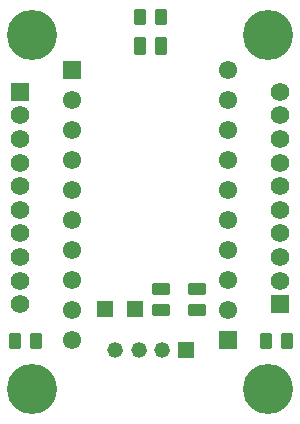
<source format=gts>
G04 DipTrace 3.2.0.1*
G04 xbee_jst_opl.gts*
%MOIN*%
G04 #@! TF.FileFunction,Soldermask,Top*
G04 #@! TF.Part,Single*
%AMOUTLINE1*
4,1,40,
0.022544,-0.021,
0.023543,-0.020912,
0.024553,-0.020641,
0.025502,-0.0202,
0.026359,-0.0196,
0.0271,-0.018859,
0.0277,-0.018002,
0.028141,-0.017053,
0.028412,-0.016043,
0.0285,-0.015044,
0.0285,0.015044,
0.028412,0.016043,
0.028141,0.017053,
0.0277,0.018002,
0.0271,0.018859,
0.026359,0.0196,
0.025502,0.0202,
0.024553,0.020641,
0.023543,0.020912,
0.022544,0.021,
-0.022544,0.021,
-0.023543,0.020912,
-0.024553,0.020641,
-0.025502,0.0202,
-0.026359,0.0196,
-0.0271,0.018859,
-0.0277,0.018002,
-0.028141,0.017053,
-0.028412,0.016043,
-0.0285,0.015044,
-0.0285,-0.015044,
-0.028412,-0.016043,
-0.028141,-0.017053,
-0.0277,-0.018002,
-0.0271,-0.018859,
-0.026359,-0.0196,
-0.025502,-0.0202,
-0.024553,-0.020641,
-0.023543,-0.020912,
-0.022544,-0.021,
0.022544,-0.021,
0*%
%AMOUTLINE4*
4,1,40,
-0.021,-0.022544,
-0.020912,-0.023543,
-0.020641,-0.024553,
-0.0202,-0.025502,
-0.0196,-0.026359,
-0.018859,-0.0271,
-0.018002,-0.0277,
-0.017053,-0.028141,
-0.016043,-0.028412,
-0.015044,-0.0285,
0.015044,-0.0285,
0.016043,-0.028412,
0.017053,-0.028141,
0.018002,-0.0277,
0.018859,-0.0271,
0.0196,-0.026359,
0.0202,-0.025502,
0.020641,-0.024553,
0.020912,-0.023543,
0.021,-0.022544,
0.021,0.022544,
0.020912,0.023543,
0.020641,0.024553,
0.0202,0.025502,
0.0196,0.026359,
0.018859,0.0271,
0.018002,0.0277,
0.017053,0.028141,
0.016043,0.028412,
0.015044,0.0285,
-0.015044,0.0285,
-0.016043,0.028412,
-0.017053,0.028141,
-0.018002,0.0277,
-0.018859,0.0271,
-0.0196,0.026359,
-0.0202,0.025502,
-0.020641,0.024553,
-0.020912,0.023543,
-0.021,0.022544,
-0.021,-0.022544,
0*%
%AMOUTLINE7*
4,1,40,
-0.0185,-0.020669,
-0.018422,-0.021559,
-0.01818,-0.022464,
-0.017783,-0.023314,
-0.017245,-0.024082,
-0.016582,-0.024745,
-0.015814,-0.025283,
-0.014964,-0.02568,
-0.014059,-0.025922,
-0.013169,-0.026,
0.013169,-0.026,
0.014059,-0.025922,
0.014964,-0.02568,
0.015814,-0.025283,
0.016582,-0.024745,
0.017245,-0.024082,
0.017783,-0.023314,
0.01818,-0.022464,
0.018422,-0.021559,
0.0185,-0.020669,
0.0185,0.020669,
0.018422,0.021559,
0.01818,0.022464,
0.017783,0.023314,
0.017245,0.024082,
0.016582,0.024745,
0.015814,0.025283,
0.014964,0.02568,
0.014059,0.025922,
0.013169,0.026,
-0.013169,0.026,
-0.014059,0.025922,
-0.014964,0.02568,
-0.015814,0.025283,
-0.016582,0.024745,
-0.017245,0.024082,
-0.017783,0.023314,
-0.01818,0.022464,
-0.018422,0.021559,
-0.0185,0.020669,
-0.0185,-0.020669,
0*%
%AMOUTLINE10*
4,1,40,
0.0185,0.020669,
0.018422,0.021559,
0.01818,0.022464,
0.017783,0.023314,
0.017245,0.024082,
0.016582,0.024745,
0.015814,0.025283,
0.014964,0.02568,
0.014059,0.025922,
0.013169,0.026,
-0.013169,0.026,
-0.014059,0.025922,
-0.014964,0.02568,
-0.015814,0.025283,
-0.016582,0.024745,
-0.017245,0.024082,
-0.017783,0.023314,
-0.01818,0.022464,
-0.018422,0.021559,
-0.0185,0.020669,
-0.0185,-0.020669,
-0.018422,-0.021559,
-0.01818,-0.022464,
-0.017783,-0.023314,
-0.017245,-0.024082,
-0.016582,-0.024745,
-0.015814,-0.025283,
-0.014964,-0.02568,
-0.014059,-0.025922,
-0.013169,-0.026,
0.013169,-0.026,
0.014059,-0.025922,
0.014964,-0.02568,
0.015814,-0.025283,
0.016582,-0.024745,
0.017245,-0.024082,
0.017783,-0.023314,
0.01818,-0.022464,
0.018422,-0.021559,
0.0185,-0.020669,
0.0185,0.020669,
0*%
%ADD32C,0.167*%
%ADD34C,0.062*%
%ADD36R,0.062X0.062*%
%ADD38C,0.052*%
%ADD40C,0.061055*%
%ADD42R,0.061055X0.061055*%
%ADD44R,0.052X0.052*%
%ADD49OUTLINE1*%
%ADD52OUTLINE4*%
%ADD55OUTLINE7*%
%ADD58OUTLINE10*%
%FSLAX26Y26*%
G04*
G70*
G90*
G75*
G01*
G04 TopMask*
%LPD*%
D32*
X529488Y610236D3*
Y1791339D3*
X1316890Y610236D3*
Y1791339D3*
D44*
X873386Y876201D3*
X773386D3*
D42*
X1183386Y773701D3*
D40*
Y873701D3*
Y973701D3*
Y1073701D3*
Y1173701D3*
Y1273701D3*
Y1373701D3*
Y1473701D3*
Y1573701D3*
Y1673701D3*
D42*
X663386D3*
D40*
Y1573701D3*
Y1473701D3*
Y1373701D3*
Y1273701D3*
Y1173701D3*
Y1073701D3*
Y973701D3*
Y873701D3*
Y773701D3*
D44*
X1041496Y738700D3*
D38*
X962756D3*
X884016D3*
X805276D3*
D36*
X490315Y1600827D3*
D34*
Y1522087D3*
Y1443347D3*
Y1364607D3*
Y1285866D3*
Y1207126D3*
Y1128386D3*
Y1049646D3*
Y970906D3*
Y892166D3*
D36*
X1356457D3*
D34*
Y970906D3*
Y1049646D3*
Y1128386D3*
Y1207126D3*
Y1285866D3*
Y1364607D3*
Y1443347D3*
Y1522087D3*
Y1600827D3*
D49*
X958386Y943701D3*
Y873701D3*
D52*
Y1753701D3*
X888386D3*
D49*
X1077135Y943701D3*
Y873701D3*
D55*
X958386Y1848701D3*
X888386D3*
X1378386Y768701D3*
X1308386D3*
D58*
X473386D3*
X543386D3*
M02*

</source>
